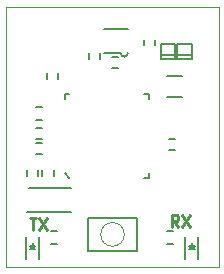
<source format=gbr>
G04 #@! TF.FileFunction,Legend,Top*
%FSLAX46Y46*%
G04 Gerber Fmt 4.6, Leading zero omitted, Abs format (unit mm)*
G04 Created by KiCad (PCBNEW 4.0.4-stable) date 05/29/18 15:09:19*
%MOMM*%
%LPD*%
G01*
G04 APERTURE LIST*
%ADD10C,0.100000*%
%ADD11C,0.250000*%
%ADD12C,0.150000*%
%ADD13C,0.127000*%
G04 APERTURE END LIST*
D10*
D11*
X102008095Y-95902381D02*
X102579524Y-95902381D01*
X102293809Y-96902381D02*
X102293809Y-95902381D01*
X102817619Y-95902381D02*
X103484286Y-96902381D01*
X103484286Y-95902381D02*
X102817619Y-96902381D01*
X114603334Y-96602381D02*
X114270000Y-96126190D01*
X114031905Y-96602381D02*
X114031905Y-95602381D01*
X114412858Y-95602381D01*
X114508096Y-95650000D01*
X114555715Y-95697619D01*
X114603334Y-95792857D01*
X114603334Y-95935714D01*
X114555715Y-96030952D01*
X114508096Y-96078571D01*
X114412858Y-96126190D01*
X114031905Y-96126190D01*
X114936667Y-95602381D02*
X115603334Y-96602381D01*
X115603334Y-95602381D02*
X114936667Y-96602381D01*
D10*
X100000000Y-100000000D02*
X100000000Y-78000000D01*
X118000000Y-100000000D02*
X100000000Y-100000000D01*
X118000000Y-78000000D02*
X118000000Y-100000000D01*
X100000000Y-78000000D02*
X118000000Y-78000000D01*
D12*
X103095000Y-91800000D02*
X103095000Y-92300000D01*
X104045000Y-92300000D02*
X104045000Y-91800000D01*
X102570000Y-90425000D02*
X103070000Y-90425000D01*
X103070000Y-89475000D02*
X102570000Y-89475000D01*
X101795000Y-91800000D02*
X101795000Y-92300000D01*
X102745000Y-92300000D02*
X102745000Y-91800000D01*
X102570000Y-89175000D02*
X103070000Y-89175000D01*
X103070000Y-88225000D02*
X102570000Y-88225000D01*
X111695000Y-80750000D02*
X111695000Y-81250000D01*
X112645000Y-81250000D02*
X112645000Y-80750000D01*
X107945000Y-82400000D02*
X107945000Y-81900000D01*
X106995000Y-81900000D02*
X106995000Y-82400000D01*
X114320000Y-89175000D02*
X113820000Y-89175000D01*
X113820000Y-90125000D02*
X114320000Y-90125000D01*
X103495000Y-83600000D02*
X103495000Y-84100000D01*
X104445000Y-84100000D02*
X104445000Y-83600000D01*
X116300000Y-99350000D02*
X116300000Y-97450000D01*
X115200000Y-99350000D02*
X115200000Y-97450000D01*
X115750000Y-98450000D02*
X115750000Y-98000000D01*
X115500000Y-98500000D02*
X116000000Y-98500000D01*
X115750000Y-98500000D02*
X115500000Y-98250000D01*
X115500000Y-98250000D02*
X116000000Y-98250000D01*
X116000000Y-98250000D02*
X115750000Y-98500000D01*
X102800000Y-99350000D02*
X102800000Y-97450000D01*
X101700000Y-99350000D02*
X101700000Y-97450000D01*
X102250000Y-98450000D02*
X102250000Y-98000000D01*
X102000000Y-98500000D02*
X102500000Y-98500000D01*
X102250000Y-98500000D02*
X102000000Y-98250000D01*
X102000000Y-98250000D02*
X102500000Y-98250000D01*
X102500000Y-98250000D02*
X102250000Y-98500000D01*
X113670000Y-83825000D02*
X114870000Y-83825000D01*
X114870000Y-85575000D02*
X113670000Y-85575000D01*
X103070000Y-86475000D02*
X102570000Y-86475000D01*
X102570000Y-87525000D02*
X103070000Y-87525000D01*
X114170000Y-96975000D02*
X113670000Y-96975000D01*
X113670000Y-98025000D02*
X114170000Y-98025000D01*
X103820000Y-98025000D02*
X104320000Y-98025000D01*
X104320000Y-96975000D02*
X103820000Y-96975000D01*
X101920000Y-93350000D02*
X105470000Y-93350000D01*
X101820000Y-95350000D02*
X105520000Y-95350000D01*
X114520000Y-82400000D02*
X114520000Y-81100000D01*
X114520000Y-81100000D02*
X115720000Y-81100000D01*
X115720000Y-81100000D02*
X115720000Y-82400000D01*
X115720000Y-82400000D02*
X114520000Y-82400000D01*
X114520000Y-82075000D02*
X115720000Y-82075000D01*
X113120000Y-82400000D02*
X113120000Y-81100000D01*
X113120000Y-81100000D02*
X114320000Y-81100000D01*
X114320000Y-81100000D02*
X114320000Y-82400000D01*
X114320000Y-82400000D02*
X113120000Y-82400000D01*
X113120000Y-82075000D02*
X114320000Y-82075000D01*
X109520000Y-82225000D02*
X109020000Y-82225000D01*
X109020000Y-83175000D02*
X109520000Y-83175000D01*
X109720000Y-81900000D02*
X108320000Y-81900000D01*
X110320000Y-79900000D02*
X108320000Y-79900000D01*
X109720000Y-81900000D02*
G75*
G03X110320000Y-81900000I300000J0D01*
G01*
X105370000Y-92450000D02*
X104970000Y-92050000D01*
X104970000Y-85750000D02*
X104970000Y-85350000D01*
X104970000Y-85350000D02*
X105370000Y-85350000D01*
X112070000Y-85750000D02*
X112070000Y-85350000D01*
X112070000Y-85350000D02*
X111670000Y-85350000D01*
X112070000Y-92050000D02*
X112070000Y-92450000D01*
X112070000Y-92450000D02*
X111670000Y-92450000D01*
D10*
X110020000Y-97250000D02*
G75*
G03X110020000Y-97250000I-1000000J0D01*
G01*
D13*
X106920000Y-98650000D02*
X106920000Y-95850000D01*
X111120000Y-95850000D02*
X106920000Y-95850000D01*
X111120000Y-98650000D02*
X106920000Y-98650000D01*
X111120000Y-98650000D02*
X111120000Y-95850000D01*
M02*

</source>
